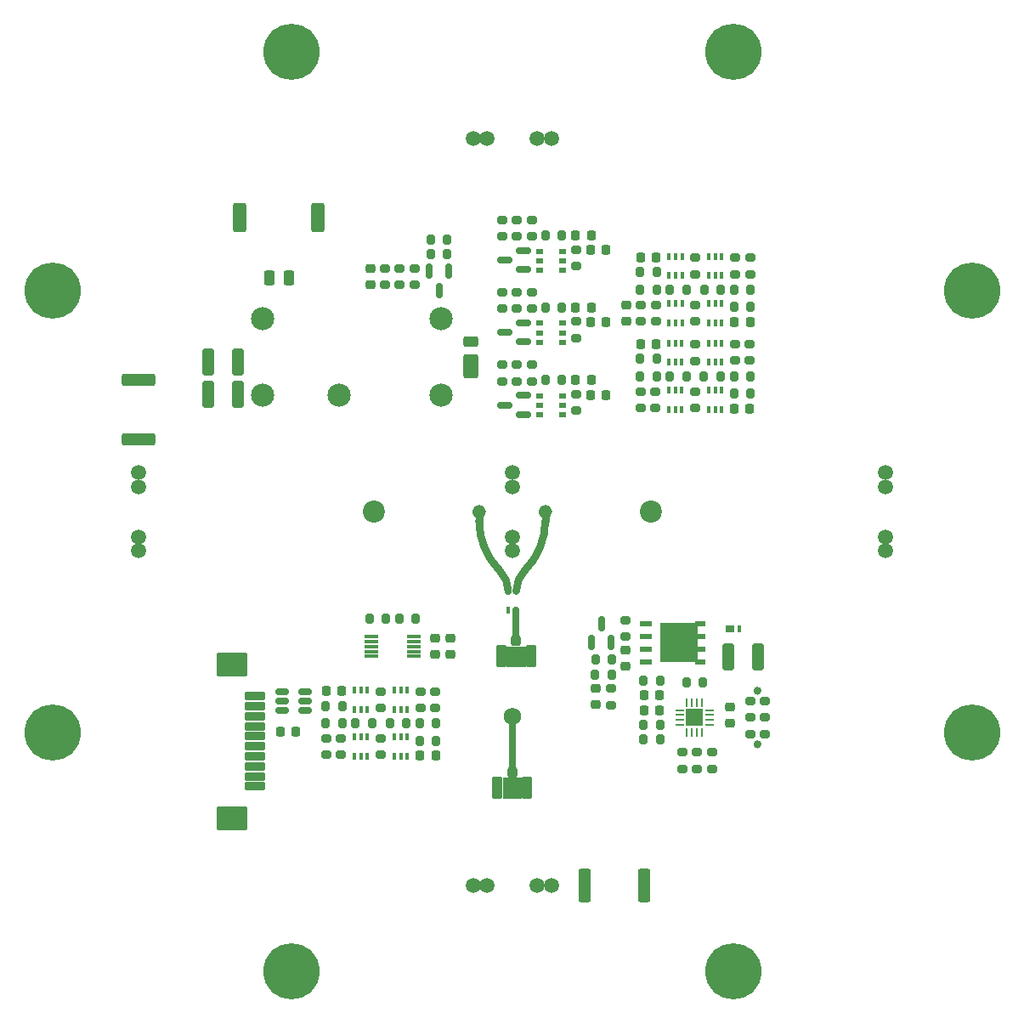
<source format=gbr>
%TF.GenerationSoftware,KiCad,Pcbnew,9.0.1*%
%TF.CreationDate,2025-06-25T17:25:18-04:00*%
%TF.ProjectId,-Z,2d5a2e6b-6963-4616-945f-706362585858,rev?*%
%TF.SameCoordinates,Original*%
%TF.FileFunction,Soldermask,Bot*%
%TF.FilePolarity,Negative*%
%FSLAX46Y46*%
G04 Gerber Fmt 4.6, Leading zero omitted, Abs format (unit mm)*
G04 Created by KiCad (PCBNEW 9.0.1) date 2025-06-25 17:25:18*
%MOMM*%
%LPD*%
G01*
G04 APERTURE LIST*
G04 Aperture macros list*
%AMRoundRect*
0 Rectangle with rounded corners*
0 $1 Rounding radius*
0 $2 $3 $4 $5 $6 $7 $8 $9 X,Y pos of 4 corners*
0 Add a 4 corners polygon primitive as box body*
4,1,4,$2,$3,$4,$5,$6,$7,$8,$9,$2,$3,0*
0 Add four circle primitives for the rounded corners*
1,1,$1+$1,$2,$3*
1,1,$1+$1,$4,$5*
1,1,$1+$1,$6,$7*
1,1,$1+$1,$8,$9*
0 Add four rect primitives between the rounded corners*
20,1,$1+$1,$2,$3,$4,$5,0*
20,1,$1+$1,$4,$5,$6,$7,0*
20,1,$1+$1,$6,$7,$8,$9,0*
20,1,$1+$1,$8,$9,$2,$3,0*%
G04 Aperture macros list end*
%ADD10C,0.381002*%
%ADD11C,0.735280*%
%ADD12C,0.686258*%
%ADD13C,0.700000*%
%ADD14C,0.762000*%
%ADD15C,3.800000*%
%ADD16C,5.600000*%
%ADD17C,2.200000*%
%ADD18C,1.500000*%
%ADD19C,1.727200*%
%ADD20RoundRect,0.225000X0.225000X0.250000X-0.225000X0.250000X-0.225000X-0.250000X0.225000X-0.250000X0*%
%ADD21RoundRect,0.200000X-0.275000X0.200000X-0.275000X-0.200000X0.275000X-0.200000X0.275000X0.200000X0*%
%ADD22R,0.700000X0.510000*%
%ADD23RoundRect,0.200000X0.275000X-0.200000X0.275000X0.200000X-0.275000X0.200000X-0.275000X-0.200000X0*%
%ADD24RoundRect,0.218750X-0.256250X0.218750X-0.256250X-0.218750X0.256250X-0.218750X0.256250X0.218750X0*%
%ADD25RoundRect,0.250000X-0.250000X0.275000X-0.250000X-0.275000X0.250000X-0.275000X0.250000X0.275000X0*%
%ADD26RoundRect,0.250000X-0.275000X0.850000X-0.275000X-0.850000X0.275000X-0.850000X0.275000X0.850000X0*%
%ADD27RoundRect,0.200000X0.200000X0.275000X-0.200000X0.275000X-0.200000X-0.275000X0.200000X-0.275000X0*%
%ADD28RoundRect,0.218750X-0.218750X-0.256250X0.218750X-0.256250X0.218750X0.256250X-0.218750X0.256250X0*%
%ADD29RoundRect,0.100000X0.100000X-0.225000X0.100000X0.225000X-0.100000X0.225000X-0.100000X-0.225000X0*%
%ADD30RoundRect,0.218750X0.218750X0.256250X-0.218750X0.256250X-0.218750X-0.256250X0.218750X-0.256250X0*%
%ADD31RoundRect,0.200000X-0.200000X-0.275000X0.200000X-0.275000X0.200000X0.275000X-0.200000X0.275000X0*%
%ADD32RoundRect,0.225000X0.250000X-0.225000X0.250000X0.225000X-0.250000X0.225000X-0.250000X-0.225000X0*%
%ADD33R,1.422400X0.304800*%
%ADD34RoundRect,0.100000X-0.100000X0.225000X-0.100000X-0.225000X0.100000X-0.225000X0.100000X0.225000X0*%
%ADD35RoundRect,0.250000X-0.300000X-0.475000X0.300000X-0.475000X0.300000X0.475000X-0.300000X0.475000X0*%
%ADD36RoundRect,0.250000X-0.425000X-1.200000X0.425000X-1.200000X0.425000X1.200000X-0.425000X1.200000X0*%
%ADD37RoundRect,0.218750X0.256250X-0.218750X0.256250X0.218750X-0.256250X0.218750X-0.256250X-0.218750X0*%
%ADD38RoundRect,0.150000X0.150000X-0.587500X0.150000X0.587500X-0.150000X0.587500X-0.150000X-0.587500X0*%
%ADD39C,2.304000*%
%ADD40RoundRect,0.225000X-0.225000X-0.250000X0.225000X-0.250000X0.225000X0.250000X-0.225000X0.250000X0*%
%ADD41RoundRect,0.225000X-0.250000X0.225000X-0.250000X-0.225000X0.250000X-0.225000X0.250000X0.225000X0*%
%ADD42RoundRect,0.102000X0.950000X-0.300000X0.950000X0.300000X-0.950000X0.300000X-0.950000X-0.300000X0*%
%ADD43RoundRect,0.102000X1.400000X-1.050000X1.400000X1.050000X-1.400000X1.050000X-1.400000X-1.050000X0*%
%ADD44RoundRect,0.250000X0.325000X1.100000X-0.325000X1.100000X-0.325000X-1.100000X0.325000X-1.100000X0*%
%ADD45RoundRect,0.250000X-1.425000X0.362500X-1.425000X-0.362500X1.425000X-0.362500X1.425000X0.362500X0*%
%ADD46RoundRect,0.250000X0.362500X1.425000X-0.362500X1.425000X-0.362500X-1.425000X0.362500X-1.425000X0*%
%ADD47RoundRect,0.150000X0.587500X0.150000X-0.587500X0.150000X-0.587500X-0.150000X0.587500X-0.150000X0*%
%ADD48R,1.270000X0.610000*%
%ADD49R,3.810000X3.910000*%
%ADD50R,1.020000X0.610000*%
%ADD51RoundRect,0.150000X-0.512500X-0.150000X0.512500X-0.150000X0.512500X0.150000X-0.512500X0.150000X0*%
%ADD52R,0.400000X0.750000*%
%ADD53RoundRect,0.250000X-0.325000X-1.100000X0.325000X-1.100000X0.325000X1.100000X-0.325000X1.100000X0*%
%ADD54RoundRect,0.150000X-0.150000X0.587500X-0.150000X-0.587500X0.150000X-0.587500X0.150000X0.587500X0*%
%ADD55RoundRect,0.075000X-0.390000X-0.275000X0.390000X-0.275000X0.390000X0.275000X-0.390000X0.275000X0*%
%ADD56RoundRect,0.075000X-0.075000X-0.275000X0.075000X-0.275000X0.075000X0.275000X-0.075000X0.275000X0*%
%ADD57R,0.254000X0.812800*%
%ADD58R,0.812800X0.254000*%
%ADD59R,1.752600X1.752600*%
%ADD60RoundRect,0.250000X-0.500000X0.950000X-0.500000X-0.950000X0.500000X-0.950000X0.500000X0.950000X0*%
%ADD61RoundRect,0.250000X-0.500000X0.275000X-0.500000X-0.275000X0.500000X-0.275000X0.500000X0.275000X0*%
G04 APERTURE END LIST*
D10*
X188629302Y-117830802D02*
G75*
G02*
X188248300Y-117830802I-190501J0D01*
G01*
X188248300Y-117830802D02*
G75*
G02*
X188629302Y-117830802I190501J0D01*
G01*
D11*
X160700000Y-100884192D02*
X160700000Y-99999999D01*
D12*
X164400001Y-112758199D02*
X164400000Y-109835400D01*
D11*
X164400001Y-107885399D02*
G75*
G02*
X165238160Y-105861804I2861899J-1D01*
G01*
D10*
X188629301Y-123164801D02*
G75*
G02*
X188248299Y-123164801I-190501J0D01*
G01*
X188248299Y-123164801D02*
G75*
G02*
X188629301Y-123164801I190501J0D01*
G01*
D11*
X167300000Y-100884238D02*
G75*
G02*
X165238185Y-105861829I-7039400J38D01*
G01*
X162761825Y-105861825D02*
G75*
G02*
X163600032Y-107885399I-2023525J-2023575D01*
G01*
D13*
X167650000Y-100000000D02*
G75*
G02*
X166950000Y-100000000I-350000J0D01*
G01*
X166950000Y-100000000D02*
G75*
G02*
X167650000Y-100000000I350000J0D01*
G01*
D11*
X162761825Y-105861825D02*
G75*
G02*
X160700040Y-100884192I4977675J4977625D01*
G01*
X167300000Y-100884238D02*
X167300000Y-100000000D01*
D13*
X161050000Y-100000000D02*
G75*
G02*
X160350000Y-100000000I-350000J0D01*
G01*
X160350000Y-100000000D02*
G75*
G02*
X161050000Y-100000000I350000J0D01*
G01*
D12*
X164000001Y-125972600D02*
X164000001Y-120366999D01*
%TO.C,J4*%
G36*
X163060001Y-126507599D02*
G01*
X164940001Y-126507599D01*
X164940001Y-128597599D01*
X163060001Y-128597599D01*
X163060001Y-126507599D01*
G37*
%TO.C,J3*%
G36*
X163460001Y-113401200D02*
G01*
X165340001Y-113401200D01*
X165340001Y-115491200D01*
X163460001Y-115491200D01*
X163460001Y-113401200D01*
G37*
%TD*%
D14*
%TO.C,H2*%
X144200001Y-145800000D03*
X143555751Y-147355750D03*
X143555751Y-144244250D03*
X142000001Y-148000000D03*
D15*
X142000001Y-145800000D03*
D16*
X142000001Y-145800000D03*
D14*
X142000001Y-143600000D03*
X140444251Y-147355750D03*
X140444251Y-144244250D03*
X139800001Y-145800000D03*
%TD*%
D17*
%TO.C,AE2*%
X150200000Y-99999999D03*
%TD*%
%TO.C,AE1*%
X177800000Y-100000000D03*
%TD*%
D18*
%TO.C,JP5*%
X164000001Y-96100000D03*
X164000001Y-97499999D03*
X164000001Y-102499999D03*
X164000001Y-103899998D03*
%TD*%
D14*
%TO.C,H8*%
X212000000Y-121999999D03*
X211355750Y-123555749D03*
X211355750Y-120444249D03*
X209800000Y-124199999D03*
D15*
X209800000Y-121999999D03*
D16*
X209800000Y-121999999D03*
D14*
X209800000Y-119799999D03*
X208244250Y-123555749D03*
X208244250Y-120444249D03*
X207600000Y-121999999D03*
%TD*%
%TO.C,H5*%
X144200001Y-54200000D03*
X143555751Y-55755750D03*
X143555751Y-52644250D03*
X142000001Y-56400000D03*
D15*
X142000001Y-54200000D03*
D16*
X142000001Y-54200000D03*
D14*
X142000001Y-52000000D03*
X140444251Y-55755750D03*
X140444251Y-52644250D03*
X139800001Y-54200000D03*
%TD*%
%TO.C,H7*%
X212000000Y-78000000D03*
X211355750Y-79555750D03*
X211355750Y-76444250D03*
X209800000Y-80200000D03*
D15*
X209800000Y-78000000D03*
D16*
X209800000Y-78000000D03*
D14*
X209800000Y-75800000D03*
X208244250Y-79555750D03*
X208244250Y-76444250D03*
X207600000Y-78000000D03*
%TD*%
D19*
%TO.C,AE3*%
X164000000Y-120400000D03*
%TD*%
D18*
%TO.C,JP1*%
X167900000Y-62789000D03*
X166500001Y-62789000D03*
X161500001Y-62789000D03*
X160100002Y-62789000D03*
%TD*%
D14*
%TO.C,H4*%
X120400001Y-78000000D03*
X119755751Y-79555750D03*
X119755751Y-76444250D03*
X118200001Y-80200000D03*
D15*
X118200001Y-78000000D03*
D16*
X118200001Y-78000000D03*
D14*
X118200001Y-75800000D03*
X116644251Y-79555750D03*
X116644251Y-76444250D03*
X116000001Y-78000000D03*
%TD*%
%TO.C,H3*%
X120400001Y-121999999D03*
X119755751Y-123555749D03*
X119755751Y-120444249D03*
X118200001Y-124199999D03*
D15*
X118200001Y-121999999D03*
D16*
X118200001Y-121999999D03*
D14*
X118200001Y-119799999D03*
X116644251Y-123555749D03*
X116644251Y-120444249D03*
X116000001Y-121999999D03*
%TD*%
D18*
%TO.C,JP4*%
X126789000Y-103899999D03*
X126789000Y-102500000D03*
X126789000Y-97500000D03*
X126789000Y-96100001D03*
%TD*%
D14*
%TO.C,H1*%
X188200000Y-145800000D03*
X187555750Y-147355750D03*
X187555750Y-144244250D03*
X186000000Y-148000000D03*
D15*
X186000000Y-145800000D03*
D16*
X186000000Y-145800000D03*
D14*
X186000000Y-143600000D03*
X184444250Y-147355750D03*
X184444250Y-144244250D03*
X183800000Y-145800000D03*
%TD*%
%TO.C,H6*%
X188200000Y-54200000D03*
X187555750Y-55755750D03*
X187555750Y-52644250D03*
X186000000Y-56400000D03*
D15*
X186000000Y-54200000D03*
D16*
X186000000Y-54200000D03*
D14*
X186000000Y-52000000D03*
X184444250Y-55755750D03*
X184444250Y-52644250D03*
X183800000Y-54200000D03*
%TD*%
D20*
%TO.C,C11*%
X147008600Y-117868399D03*
X145458600Y-117868399D03*
%TD*%
D21*
%TO.C,R68*%
X154894999Y-117907000D03*
X154894999Y-119557000D03*
%TD*%
D22*
%TO.C,Q11*%
X166700801Y-90358200D03*
X166700801Y-89408200D03*
X166700801Y-88458200D03*
X169020801Y-88458200D03*
X169020801Y-89408200D03*
X169020801Y-90358200D03*
%TD*%
D23*
%TO.C,R33*%
X162984001Y-86982000D03*
X162984001Y-85332000D03*
%TD*%
D24*
%TO.C,D6*%
X172339000Y-117625199D03*
X172339000Y-119200201D03*
%TD*%
D21*
%TO.C,R52*%
X187672802Y-83286800D03*
X187672802Y-84936800D03*
%TD*%
%TO.C,R25*%
X165930401Y-78092999D03*
X165930401Y-79742999D03*
%TD*%
D25*
%TO.C,J4*%
X164000001Y-125972599D03*
D26*
X165475001Y-127497599D03*
X162525001Y-127497599D03*
%TD*%
D27*
%TO.C,R75*%
X156416200Y-121068800D03*
X154766200Y-121068800D03*
%TD*%
D28*
%TO.C,F2*%
X170324500Y-72466400D03*
X171899502Y-72466400D03*
%TD*%
D29*
%TO.C,Q15*%
X180906000Y-85112600D03*
X180256000Y-85112599D03*
X179606000Y-85112600D03*
X179606000Y-83212600D03*
X180256000Y-83212601D03*
X180906000Y-83212600D03*
%TD*%
D27*
%TO.C,R51*%
X178735202Y-122707598D03*
X177085202Y-122707598D03*
%TD*%
D23*
%TO.C,R46*%
X189175400Y-122147802D03*
X189175400Y-120497802D03*
%TD*%
D21*
%TO.C,R66*%
X156353200Y-117906999D03*
X156353200Y-119556999D03*
%TD*%
D30*
%TO.C,D5*%
X173372701Y-88366800D03*
X171797699Y-88366800D03*
%TD*%
D23*
%TO.C,R20*%
X164457200Y-72554799D03*
X164457200Y-70904799D03*
%TD*%
D27*
%TO.C,R64*%
X151413800Y-110667999D03*
X149763800Y-110667999D03*
%TD*%
D23*
%TO.C,R47*%
X187702199Y-120497801D03*
X187702199Y-118847801D03*
%TD*%
D31*
%TO.C,R7*%
X176753601Y-76134200D03*
X178403601Y-76134200D03*
%TD*%
%TO.C,R6*%
X176753600Y-77861399D03*
X178403600Y-77861399D03*
%TD*%
D32*
%TO.C,C10*%
X156329201Y-114160800D03*
X156329201Y-112610800D03*
%TD*%
D33*
%TO.C,U4*%
X149941101Y-114411201D03*
X149941101Y-113911199D03*
X149941101Y-113411200D03*
X149941101Y-112911201D03*
X149941101Y-112411199D03*
X154233701Y-112411199D03*
X154233701Y-112911201D03*
X154233701Y-113411200D03*
X154233701Y-113911199D03*
X154233701Y-114411201D03*
%TD*%
D34*
%TO.C,Q21*%
X152248800Y-122455599D03*
X152898800Y-122455600D03*
X153548800Y-122455599D03*
X153548800Y-124355599D03*
X152898800Y-124355598D03*
X152248800Y-124355599D03*
%TD*%
D35*
%TO.C,J2*%
X139780800Y-76675398D03*
X141780800Y-76675398D03*
D36*
X136885800Y-70680399D03*
X144675800Y-70680399D03*
%TD*%
D22*
%TO.C,Q9*%
X166700801Y-83119200D03*
X166700801Y-82169200D03*
X166700801Y-81219200D03*
X169020801Y-81219200D03*
X169020801Y-82169200D03*
X169020801Y-83119200D03*
%TD*%
D23*
%TO.C,R15*%
X152798600Y-77380800D03*
X152798600Y-75730800D03*
%TD*%
%TO.C,R60*%
X178274801Y-89661200D03*
X178274801Y-88011200D03*
%TD*%
D37*
%TO.C,F1*%
X175353801Y-80985700D03*
X175353801Y-79410698D03*
%TD*%
D23*
%TO.C,R27*%
X162984001Y-79743000D03*
X162984001Y-78093000D03*
%TD*%
D38*
%TO.C,Q12*%
X173828701Y-113025600D03*
X171928701Y-113025600D03*
X172878701Y-111150600D03*
%TD*%
D30*
%TO.C,D3*%
X173347301Y-73939599D03*
X171772299Y-73939599D03*
%TD*%
D37*
%TO.C,D2*%
X149852200Y-77343300D03*
X149852200Y-75768298D03*
%TD*%
D21*
%TO.C,R37*%
X173812200Y-117589800D03*
X173812200Y-119239800D03*
%TD*%
D23*
%TO.C,R21*%
X162984001Y-72554800D03*
X162984001Y-70904800D03*
%TD*%
D39*
%TO.C,U2*%
X146793600Y-88417600D03*
X139173600Y-80797600D03*
X139173600Y-88417600D03*
X156953600Y-88417600D03*
X156953600Y-80797600D03*
%TD*%
D20*
%TO.C,C2*%
X178353600Y-74661000D03*
X176803600Y-74661000D03*
%TD*%
D21*
%TO.C,R19*%
X165930401Y-70904799D03*
X165930401Y-72554799D03*
%TD*%
D37*
%TO.C,F6*%
X157802401Y-114173300D03*
X157802401Y-112598298D03*
%TD*%
D31*
%TO.C,R38*%
X172276000Y-116202900D03*
X173926000Y-116202900D03*
%TD*%
D29*
%TO.C,Q20*%
X149586399Y-124355599D03*
X148936399Y-124355598D03*
X148286399Y-124355599D03*
X148286399Y-122455599D03*
X148936399Y-122455600D03*
X149586399Y-122455599D03*
%TD*%
D28*
%TO.C,F4*%
X170324500Y-86893600D03*
X171899502Y-86893600D03*
%TD*%
D20*
%TO.C,C9*%
X178685199Y-119761200D03*
X177135199Y-119761200D03*
%TD*%
D40*
%TO.C,C7*%
X186135800Y-89699799D03*
X187685800Y-89699799D03*
%TD*%
D27*
%TO.C,R4*%
X181375400Y-77861399D03*
X179725400Y-77861399D03*
%TD*%
%TO.C,R18*%
X157535201Y-72847400D03*
X155885201Y-72847400D03*
%TD*%
D31*
%TO.C,R73*%
X151794400Y-121068799D03*
X153444400Y-121068799D03*
%TD*%
D27*
%TO.C,R67*%
X150040799Y-121068800D03*
X148390799Y-121068800D03*
%TD*%
D25*
%TO.C,J3*%
X164400001Y-112866200D03*
D26*
X165875001Y-114391200D03*
X162925001Y-114391200D03*
%TD*%
D29*
%TO.C,Q3*%
X180921001Y-81148200D03*
X180271001Y-81148199D03*
X179621001Y-81148200D03*
X179621001Y-79248200D03*
X180271001Y-79248201D03*
X180921001Y-79248200D03*
%TD*%
D41*
%TO.C,C5*%
X185670201Y-119468799D03*
X185670201Y-121018799D03*
%TD*%
D42*
%TO.C,J1*%
X138398801Y-127359990D03*
X138398801Y-126359990D03*
X138398801Y-125359990D03*
X138398801Y-124359990D03*
X138398801Y-123359991D03*
X138398801Y-122359991D03*
X138398801Y-121359990D03*
X138398801Y-120359990D03*
X138398801Y-119359990D03*
X138398801Y-118359990D03*
D43*
X136048801Y-130509990D03*
X136048801Y-115210010D03*
%TD*%
D18*
%TO.C,JP3*%
X201211001Y-97500000D03*
X201211001Y-96100001D03*
X201211001Y-103899999D03*
X201211001Y-102500000D03*
%TD*%
D28*
%TO.C,F3*%
X170324500Y-79654600D03*
X171899502Y-79654600D03*
%TD*%
D27*
%TO.C,R76*%
X156416199Y-122795999D03*
X154766199Y-122795999D03*
%TD*%
D31*
%TO.C,R28*%
X167315201Y-79654600D03*
X168965201Y-79654600D03*
%TD*%
%TO.C,R41*%
X181340000Y-116992601D03*
X182990000Y-116992601D03*
%TD*%
D23*
%TO.C,R71*%
X150917599Y-119556999D03*
X150917599Y-117906999D03*
%TD*%
D31*
%TO.C,R17*%
X155885201Y-74320600D03*
X157535201Y-74320600D03*
%TD*%
D29*
%TO.C,Q19*%
X149586399Y-119681999D03*
X148936399Y-119681998D03*
X148286399Y-119681999D03*
X148286399Y-117781999D03*
X148936399Y-117782000D03*
X149586399Y-117781999D03*
%TD*%
D20*
%TO.C,C6*%
X178338600Y-83299000D03*
X176788600Y-83299000D03*
%TD*%
D21*
%TO.C,R5*%
X186214600Y-74699599D03*
X186214600Y-76349599D03*
%TD*%
D44*
%TO.C,C14*%
X136646001Y-85115600D03*
X133695999Y-85115600D03*
%TD*%
D20*
%TO.C,C8*%
X178685202Y-118288003D03*
X177135202Y-118288003D03*
%TD*%
D31*
%TO.C,R65*%
X152761001Y-110668000D03*
X154411001Y-110668000D03*
%TD*%
D45*
%TO.C,R30*%
X126789000Y-86877500D03*
X126789000Y-92802500D03*
%TD*%
D21*
%TO.C,R3*%
X187687802Y-74699599D03*
X187687802Y-76349599D03*
%TD*%
D31*
%TO.C,R56*%
X176738600Y-84772199D03*
X178388600Y-84772199D03*
%TD*%
D23*
%TO.C,R9*%
X176816600Y-81023200D03*
X176816600Y-79373200D03*
%TD*%
D34*
%TO.C,Q1*%
X183583400Y-74574599D03*
X184233400Y-74574600D03*
X184883400Y-74574599D03*
X184883400Y-76474599D03*
X184233400Y-76474598D03*
X183583400Y-76474599D03*
%TD*%
D23*
%TO.C,R11*%
X178289801Y-81023200D03*
X178289801Y-79373200D03*
%TD*%
D27*
%TO.C,R13*%
X187750801Y-79603799D03*
X186100801Y-79603799D03*
%TD*%
D22*
%TO.C,Q7*%
X166700801Y-75931000D03*
X166700801Y-74981000D03*
X166700801Y-74031000D03*
X169020801Y-74031000D03*
X169020801Y-74981000D03*
X169020801Y-75931000D03*
%TD*%
D30*
%TO.C,D4*%
X173347301Y-81127799D03*
X171772299Y-81127799D03*
%TD*%
D34*
%TO.C,Q18*%
X152248800Y-117781999D03*
X152898800Y-117782000D03*
X153548800Y-117781999D03*
X153548800Y-119681999D03*
X152898800Y-119681998D03*
X152248800Y-119681999D03*
%TD*%
D46*
%TO.C,R24*%
X177122501Y-137211000D03*
X171197501Y-137211000D03*
%TD*%
D23*
%TO.C,R8*%
X182252200Y-76349599D03*
X182252200Y-74699599D03*
%TD*%
D21*
%TO.C,R31*%
X165930401Y-85331999D03*
X165930401Y-86981999D03*
%TD*%
D34*
%TO.C,Q17*%
X183568400Y-87886199D03*
X184218400Y-87886200D03*
X184868400Y-87886199D03*
X184868400Y-89786199D03*
X184218400Y-89786198D03*
X183568400Y-89786199D03*
%TD*%
D23*
%TO.C,R48*%
X187702201Y-122147802D03*
X187702201Y-120497802D03*
%TD*%
%TO.C,R29*%
X170350000Y-82689400D03*
X170350000Y-81039400D03*
%TD*%
%TO.C,R32*%
X164457200Y-86981999D03*
X164457200Y-85331999D03*
%TD*%
D31*
%TO.C,R22*%
X167315201Y-72466400D03*
X168965201Y-72466400D03*
%TD*%
D21*
%TO.C,R16*%
X154271800Y-75730799D03*
X154271800Y-77380799D03*
%TD*%
%TO.C,R40*%
X175308400Y-110791599D03*
X175308400Y-112441599D03*
%TD*%
%TO.C,R14*%
X182252201Y-79373200D03*
X182252201Y-81023200D03*
%TD*%
D47*
%TO.C,Q8*%
X165115300Y-81168399D03*
X165115300Y-83068399D03*
X163240300Y-82118399D03*
%TD*%
D48*
%TO.C,Q13*%
X177298400Y-114960600D03*
X177298401Y-113690600D03*
X177298401Y-112420600D03*
X177298400Y-111150600D03*
D49*
X180658401Y-113055600D03*
D50*
X182763401Y-111150600D03*
X182763401Y-112420600D03*
X182763401Y-113690600D03*
X182763401Y-114960600D03*
%TD*%
D21*
%TO.C,R63*%
X182237201Y-88011200D03*
X182237201Y-89661200D03*
%TD*%
D23*
%TO.C,R44*%
X183892202Y-125590000D03*
X183892202Y-123940000D03*
%TD*%
D47*
%TO.C,Q10*%
X165115300Y-88407399D03*
X165115300Y-90307399D03*
X163240300Y-89357399D03*
%TD*%
D51*
%TO.C,U5*%
X141114601Y-119796799D03*
X141114601Y-118846800D03*
X141114601Y-117896801D03*
X143389601Y-117896801D03*
X143389601Y-118846800D03*
X143389601Y-119796799D03*
%TD*%
D44*
%TO.C,C15*%
X136646002Y-88324199D03*
X133696000Y-88324199D03*
%TD*%
D23*
%TO.C,R78*%
X151325401Y-77380799D03*
X151325401Y-75730799D03*
%TD*%
D34*
%TO.C,Q14*%
X183568400Y-83212600D03*
X184218400Y-83212601D03*
X184868400Y-83212600D03*
X184868400Y-85112600D03*
X184218400Y-85112599D03*
X183568400Y-85112600D03*
%TD*%
D23*
%TO.C,R23*%
X170350000Y-75526599D03*
X170350000Y-73876599D03*
%TD*%
D27*
%TO.C,R61*%
X187735800Y-86499400D03*
X186085800Y-86499400D03*
%TD*%
D52*
%TO.C,BA1*%
X164400001Y-109835399D03*
X163600001Y-109835399D03*
X163600001Y-107885399D03*
X164400001Y-107885399D03*
%TD*%
D53*
%TO.C,C4*%
X185557767Y-114470275D03*
X188507769Y-114470275D03*
%TD*%
D24*
%TO.C,F5*%
X175308401Y-113800899D03*
X175308401Y-115375901D03*
%TD*%
D23*
%TO.C,R57*%
X182237200Y-84987600D03*
X182237200Y-83337600D03*
%TD*%
D31*
%TO.C,R50*%
X177085199Y-121234400D03*
X178735199Y-121234400D03*
%TD*%
%TO.C,R69*%
X145419000Y-121068799D03*
X147069000Y-121068799D03*
%TD*%
%TO.C,R34*%
X167315201Y-86893600D03*
X168965201Y-86893600D03*
%TD*%
D27*
%TO.C,R39*%
X173932303Y-114729701D03*
X172282303Y-114729701D03*
%TD*%
D54*
%TO.C,Q5*%
X155760201Y-76050099D03*
X157660201Y-76050099D03*
X156710201Y-77925099D03*
%TD*%
D34*
%TO.C,Q4*%
X183583401Y-79248200D03*
X184233401Y-79248201D03*
X184883401Y-79248200D03*
X184883401Y-81148200D03*
X184233401Y-81148199D03*
X183583401Y-81148200D03*
%TD*%
D18*
%TO.C,JP2*%
X161500001Y-137211000D03*
X160100002Y-137211000D03*
X167900000Y-137211000D03*
X166500001Y-137211000D03*
%TD*%
D29*
%TO.C,Q16*%
X180906001Y-89786200D03*
X180256001Y-89786199D03*
X179606001Y-89786200D03*
X179606001Y-87886200D03*
X180256001Y-87886201D03*
X180906001Y-87886200D03*
%TD*%
D23*
%TO.C,R45*%
X189175398Y-120497801D03*
X189175398Y-118847801D03*
%TD*%
%TO.C,R72*%
X145482000Y-124230600D03*
X145482000Y-122580600D03*
%TD*%
D31*
%TO.C,R70*%
X145408600Y-119331400D03*
X147058600Y-119331400D03*
%TD*%
D27*
%TO.C,R49*%
X178735199Y-116814802D03*
X177085199Y-116814802D03*
%TD*%
D23*
%TO.C,R74*%
X146955200Y-124230600D03*
X146955200Y-122580600D03*
%TD*%
D29*
%TO.C,Q2*%
X180921001Y-76474600D03*
X180271001Y-76474599D03*
X179621001Y-76474600D03*
X179621001Y-74574600D03*
X180271001Y-74574601D03*
X180921001Y-74574600D03*
%TD*%
D40*
%TO.C,C12*%
X154816199Y-124269200D03*
X156366199Y-124269200D03*
%TD*%
D27*
%TO.C,R62*%
X187735800Y-88226599D03*
X186085800Y-88226599D03*
%TD*%
D31*
%TO.C,R59*%
X183114000Y-86499400D03*
X184764000Y-86499400D03*
%TD*%
D40*
%TO.C,C3*%
X186150800Y-81061799D03*
X187700800Y-81061799D03*
%TD*%
D21*
%TO.C,R42*%
X180945800Y-123940002D03*
X180945800Y-125590002D03*
%TD*%
D23*
%TO.C,R26*%
X164457200Y-79742999D03*
X164457200Y-78092999D03*
%TD*%
D31*
%TO.C,R55*%
X176738600Y-86499399D03*
X178388600Y-86499399D03*
%TD*%
D47*
%TO.C,Q6*%
X165115300Y-73980199D03*
X165115300Y-75880199D03*
X163240300Y-74930199D03*
%TD*%
D23*
%TO.C,R58*%
X176801600Y-89661200D03*
X176801600Y-88011200D03*
%TD*%
%TO.C,R43*%
X182419001Y-125590000D03*
X182419001Y-123940000D03*
%TD*%
D55*
%TO.C,D7*%
X185706369Y-111676275D03*
D56*
X186591368Y-111676275D03*
%TD*%
D21*
%TO.C,R77*%
X150917599Y-122580599D03*
X150917599Y-124230599D03*
%TD*%
D57*
%TO.C,U3*%
X181414999Y-119024599D03*
X181915000Y-119024599D03*
X182415000Y-119024599D03*
X182915001Y-119024599D03*
D58*
X183638200Y-119747798D03*
X183638200Y-120247799D03*
X183638200Y-120747799D03*
X183638200Y-121247800D03*
D57*
X182915001Y-121970999D03*
X182415000Y-121970999D03*
X181915000Y-121970999D03*
X181414999Y-121970999D03*
D58*
X180691800Y-121247800D03*
X180691800Y-120747799D03*
X180691800Y-120247799D03*
X180691800Y-119747798D03*
D59*
X182165000Y-120497799D03*
%TD*%
D40*
%TO.C,C13*%
X140873001Y-121869400D03*
X142423001Y-121869400D03*
%TD*%
D27*
%TO.C,R53*%
X181360401Y-86499399D03*
X179710401Y-86499399D03*
%TD*%
D21*
%TO.C,R54*%
X186199600Y-83286800D03*
X186199600Y-84936800D03*
%TD*%
D23*
%TO.C,R35*%
X170350001Y-89941600D03*
X170350001Y-88291600D03*
%TD*%
D60*
%TO.C,D1*%
X159910601Y-85457600D03*
D61*
X159910601Y-83082600D03*
%TD*%
D31*
%TO.C,R10*%
X183129000Y-77861400D03*
X184779000Y-77861400D03*
%TD*%
D27*
%TO.C,R12*%
X187750800Y-77861400D03*
X186100800Y-77861400D03*
%TD*%
M02*

</source>
